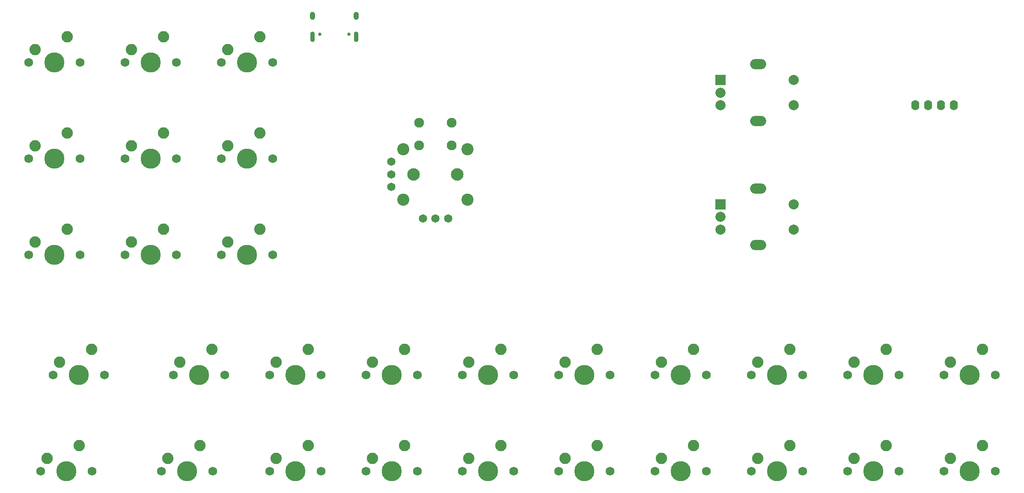
<source format=gbr>
%TF.GenerationSoftware,KiCad,Pcbnew,(6.0.5)*%
%TF.CreationDate,2022-05-16T23:41:31-07:00*%
%TF.ProjectId,3HMouse,33484d6f-7573-4652-9e6b-696361645f70,rev?*%
%TF.SameCoordinates,Original*%
%TF.FileFunction,Soldermask,Bot*%
%TF.FilePolarity,Negative*%
%FSLAX46Y46*%
G04 Gerber Fmt 4.6, Leading zero omitted, Abs format (unit mm)*
G04 Created by KiCad (PCBNEW (6.0.5)) date 2022-05-16 23:41:31*
%MOMM*%
%LPD*%
G01*
G04 APERTURE LIST*
%ADD10O,1.000000X1.600000*%
%ADD11O,0.900000X2.100000*%
%ADD12C,0.650000*%
%ADD13C,2.250000*%
%ADD14C,1.750000*%
%ADD15C,3.987800*%
%ADD16C,2.000000*%
%ADD17R,2.000000X2.000000*%
%ADD18O,3.200000X2.000000*%
%ADD19C,2.475000*%
%ADD20C,2.400000*%
%ADD21C,1.950000*%
%ADD22C,1.650000*%
%ADD23O,1.600000X2.000000*%
G04 APERTURE END LIST*
D10*
%TO.C,J1*%
X100967000Y-32060000D03*
X92327000Y-32060000D03*
D11*
X100967000Y-36240000D03*
X92327000Y-36240000D03*
D12*
X99537000Y-35740000D03*
X93757000Y-35740000D03*
%TD*%
D13*
%TO.C,SW10*%
X70008750Y-117157500D03*
X63658750Y-119697500D03*
D14*
X72548750Y-122237500D03*
X62388750Y-122237500D03*
D15*
X67468750Y-122237500D03*
%TD*%
D13*
%TO.C,SW28*%
X224790000Y-98107500D03*
X218440000Y-100647500D03*
D14*
X227330000Y-103187500D03*
X217170000Y-103187500D03*
D15*
X222250000Y-103187500D03*
%TD*%
D13*
%TO.C,SW3*%
X43815000Y-74295000D03*
X37465000Y-76835000D03*
D14*
X46355000Y-79375000D03*
X36195000Y-79375000D03*
D15*
X41275000Y-79375000D03*
%TD*%
D13*
%TO.C,SW17*%
X110490000Y-117157500D03*
X104140000Y-119697500D03*
D15*
X107950000Y-122237500D03*
D14*
X102870000Y-122237500D03*
X113030000Y-122237500D03*
%TD*%
D13*
%TO.C,SW5*%
X46196250Y-117157500D03*
X39846250Y-119697500D03*
D14*
X38576250Y-122237500D03*
D15*
X43656250Y-122237500D03*
D14*
X48736250Y-122237500D03*
%TD*%
D13*
%TO.C,SW12*%
X81915000Y-55245000D03*
X75565000Y-57785000D03*
D14*
X84455000Y-60325000D03*
X74295000Y-60325000D03*
D15*
X79375000Y-60325000D03*
%TD*%
D13*
%TO.C,SW26*%
X205740000Y-98107500D03*
X199390000Y-100647500D03*
D14*
X208280000Y-103187500D03*
D15*
X203200000Y-103187500D03*
D14*
X198120000Y-103187500D03*
%TD*%
D13*
%TO.C,SW9*%
X72390000Y-98107500D03*
X66040000Y-100647500D03*
D14*
X74930000Y-103187500D03*
D15*
X69850000Y-103187500D03*
D14*
X64770000Y-103187500D03*
%TD*%
D13*
%TO.C,SW16*%
X110490000Y-98107500D03*
X104140000Y-100647500D03*
D14*
X113030000Y-103187500D03*
X102870000Y-103187500D03*
D15*
X107950000Y-103187500D03*
%TD*%
D13*
%TO.C,SW4*%
X48577500Y-98107500D03*
X42227500Y-100647500D03*
D15*
X46037500Y-103187500D03*
D14*
X40957500Y-103187500D03*
X51117500Y-103187500D03*
%TD*%
D16*
%TO.C,SW31*%
X187463000Y-44775750D03*
X187463000Y-49775750D03*
X172963000Y-47275750D03*
X172963000Y-49775750D03*
D17*
X172963000Y-44775750D03*
D18*
X180463000Y-52875750D03*
X180463000Y-41675750D03*
%TD*%
D13*
%TO.C,SW19*%
X129540000Y-117157500D03*
X123190000Y-119697500D03*
D14*
X132080000Y-122237500D03*
X121920000Y-122237500D03*
D15*
X127000000Y-122237500D03*
%TD*%
D13*
%TO.C,SW18*%
X129540000Y-98107500D03*
X123190000Y-100647500D03*
D15*
X127000000Y-103187500D03*
D14*
X121920000Y-103187500D03*
X132080000Y-103187500D03*
%TD*%
D13*
%TO.C,SW23*%
X167640000Y-117157500D03*
X161290000Y-119697500D03*
D14*
X160020000Y-122237500D03*
D15*
X165100000Y-122237500D03*
D14*
X170180000Y-122237500D03*
%TD*%
D13*
%TO.C,SW24*%
X186690000Y-98107500D03*
X180340000Y-100647500D03*
D15*
X184150000Y-103187500D03*
D14*
X179070000Y-103187500D03*
X189230000Y-103187500D03*
%TD*%
D13*
%TO.C,SW14*%
X91440000Y-98107500D03*
X85090000Y-100647500D03*
D14*
X83820000Y-103187500D03*
X93980000Y-103187500D03*
D15*
X88900000Y-103187500D03*
%TD*%
D13*
%TO.C,SW29*%
X224790000Y-117157500D03*
X218440000Y-119697500D03*
D14*
X217170000Y-122237500D03*
X227330000Y-122237500D03*
D15*
X222250000Y-122237500D03*
%TD*%
D13*
%TO.C,SW2*%
X43815000Y-55245000D03*
X37465000Y-57785000D03*
D14*
X46355000Y-60325000D03*
X36195000Y-60325000D03*
D15*
X41275000Y-60325000D03*
%TD*%
D13*
%TO.C,SW22*%
X167640000Y-98107500D03*
X161290000Y-100647500D03*
D14*
X170180000Y-103187500D03*
D15*
X165100000Y-103187500D03*
D14*
X160020000Y-103187500D03*
%TD*%
D13*
%TO.C,SW27*%
X205740000Y-117157500D03*
X199390000Y-119697500D03*
D14*
X198120000Y-122237500D03*
X208280000Y-122237500D03*
D15*
X203200000Y-122237500D03*
%TD*%
D19*
%TO.C,S1*%
X112306250Y-63466250D03*
X120906250Y-63466250D03*
D20*
X110281250Y-68466250D03*
X110281250Y-58466250D03*
X122931250Y-68466250D03*
X122931250Y-58466250D03*
D21*
X113356250Y-53216250D03*
X113356250Y-57716250D03*
D22*
X119106250Y-72196250D03*
X116606250Y-72196250D03*
X114106250Y-72196250D03*
D21*
X119856250Y-53216250D03*
D22*
X107876250Y-65966250D03*
X107876250Y-63466250D03*
X107876250Y-60966250D03*
D21*
X119856250Y-57716250D03*
%TD*%
D13*
%TO.C,SW20*%
X148590000Y-98107500D03*
X142240000Y-100647500D03*
D14*
X140970000Y-103187500D03*
D15*
X146050000Y-103187500D03*
D14*
X151130000Y-103187500D03*
%TD*%
D13*
%TO.C,SW8*%
X62865000Y-74295000D03*
X56515000Y-76835000D03*
D14*
X55245000Y-79375000D03*
X65405000Y-79375000D03*
D15*
X60325000Y-79375000D03*
%TD*%
D13*
%TO.C,SW21*%
X148590000Y-117157500D03*
X142240000Y-119697500D03*
D14*
X151130000Y-122237500D03*
D15*
X146050000Y-122237500D03*
D14*
X140970000Y-122237500D03*
%TD*%
D13*
%TO.C,SW1*%
X43815000Y-36195000D03*
X37465000Y-38735000D03*
D14*
X46355000Y-41275000D03*
X36195000Y-41275000D03*
D15*
X41275000Y-41275000D03*
%TD*%
D13*
%TO.C,SW13*%
X81915000Y-74295000D03*
X75565000Y-76835000D03*
D14*
X74295000Y-79375000D03*
D15*
X79375000Y-79375000D03*
D14*
X84455000Y-79375000D03*
%TD*%
D13*
%TO.C,SW7*%
X62865000Y-55245000D03*
X56515000Y-57785000D03*
D14*
X55245000Y-60325000D03*
X65405000Y-60325000D03*
D15*
X60325000Y-60325000D03*
%TD*%
D16*
%TO.C,SW30*%
X187463000Y-69382000D03*
X187463000Y-74382000D03*
X172963000Y-71882000D03*
X172963000Y-74382000D03*
D17*
X172963000Y-69382000D03*
D18*
X180463000Y-77482000D03*
X180463000Y-66282000D03*
%TD*%
D13*
%TO.C,SW15*%
X91440000Y-117157500D03*
X85090000Y-119697500D03*
D14*
X83820000Y-122237500D03*
X93980000Y-122237500D03*
D15*
X88900000Y-122237500D03*
%TD*%
D13*
%TO.C,SW11*%
X81915000Y-36195000D03*
X75565000Y-38735000D03*
D15*
X79375000Y-41275000D03*
D14*
X84455000Y-41275000D03*
X74295000Y-41275000D03*
%TD*%
D13*
%TO.C,SW6*%
X62865000Y-36195000D03*
X56515000Y-38735000D03*
D14*
X55245000Y-41275000D03*
D15*
X60325000Y-41275000D03*
D14*
X65405000Y-41275000D03*
%TD*%
D23*
%TO.C,Brd1*%
X211486250Y-49725000D03*
X214026250Y-49725000D03*
X216566250Y-49725000D03*
X219106250Y-49725000D03*
%TD*%
D13*
%TO.C,SW25*%
X186690000Y-117157500D03*
X180340000Y-119697500D03*
D14*
X179070000Y-122237500D03*
X189230000Y-122237500D03*
D15*
X184150000Y-122237500D03*
%TD*%
M02*

</source>
